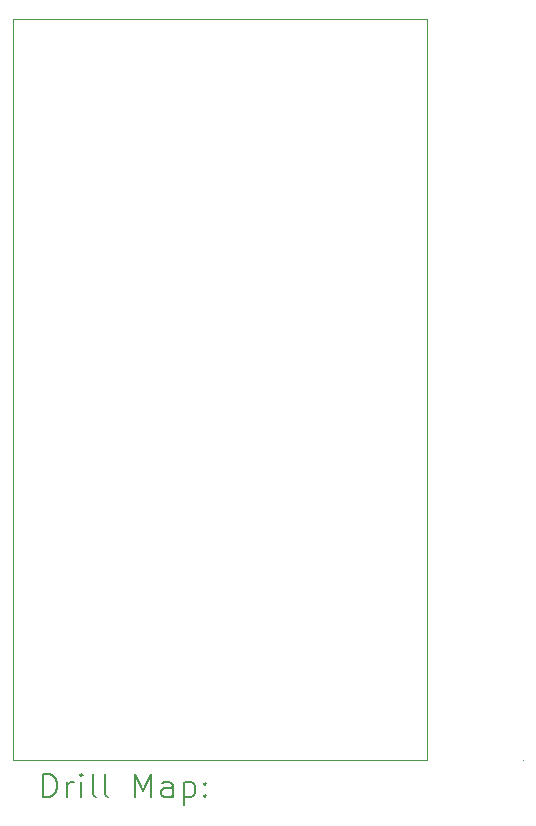
<source format=gbr>
%FSLAX45Y45*%
G04 Gerber Fmt 4.5, Leading zero omitted, Abs format (unit mm)*
G04 Created by KiCad (PCBNEW (6.0.0)) date 2021-12-26 21:08:47*
%MOMM*%
%LPD*%
G01*
G04 APERTURE LIST*
%TA.AperFunction,Profile*%
%ADD10C,0.050000*%
%TD*%
%ADD11C,0.200000*%
G04 APERTURE END LIST*
D10*
X10541000Y-12700000D02*
X10541000Y-6426200D01*
X14859000Y-12700000D02*
X14859000Y-12700000D01*
X10541000Y-6426200D02*
X14046200Y-6426200D01*
X14046200Y-6426200D02*
X14046200Y-12700000D01*
X14046200Y-12700000D02*
X10541000Y-12700000D01*
D11*
X10796119Y-13012976D02*
X10796119Y-12812976D01*
X10843738Y-12812976D01*
X10872310Y-12822500D01*
X10891357Y-12841548D01*
X10900881Y-12860595D01*
X10910405Y-12898690D01*
X10910405Y-12927262D01*
X10900881Y-12965357D01*
X10891357Y-12984405D01*
X10872310Y-13003452D01*
X10843738Y-13012976D01*
X10796119Y-13012976D01*
X10996119Y-13012976D02*
X10996119Y-12879643D01*
X10996119Y-12917738D02*
X11005643Y-12898690D01*
X11015167Y-12889167D01*
X11034214Y-12879643D01*
X11053262Y-12879643D01*
X11119929Y-13012976D02*
X11119929Y-12879643D01*
X11119929Y-12812976D02*
X11110405Y-12822500D01*
X11119929Y-12832024D01*
X11129452Y-12822500D01*
X11119929Y-12812976D01*
X11119929Y-12832024D01*
X11243738Y-13012976D02*
X11224690Y-13003452D01*
X11215167Y-12984405D01*
X11215167Y-12812976D01*
X11348500Y-13012976D02*
X11329452Y-13003452D01*
X11319928Y-12984405D01*
X11319928Y-12812976D01*
X11577071Y-13012976D02*
X11577071Y-12812976D01*
X11643738Y-12955833D01*
X11710405Y-12812976D01*
X11710405Y-13012976D01*
X11891357Y-13012976D02*
X11891357Y-12908214D01*
X11881833Y-12889167D01*
X11862786Y-12879643D01*
X11824690Y-12879643D01*
X11805643Y-12889167D01*
X11891357Y-13003452D02*
X11872309Y-13012976D01*
X11824690Y-13012976D01*
X11805643Y-13003452D01*
X11796119Y-12984405D01*
X11796119Y-12965357D01*
X11805643Y-12946309D01*
X11824690Y-12936786D01*
X11872309Y-12936786D01*
X11891357Y-12927262D01*
X11986595Y-12879643D02*
X11986595Y-13079643D01*
X11986595Y-12889167D02*
X12005643Y-12879643D01*
X12043738Y-12879643D01*
X12062786Y-12889167D01*
X12072309Y-12898690D01*
X12081833Y-12917738D01*
X12081833Y-12974881D01*
X12072309Y-12993928D01*
X12062786Y-13003452D01*
X12043738Y-13012976D01*
X12005643Y-13012976D01*
X11986595Y-13003452D01*
X12167548Y-12993928D02*
X12177071Y-13003452D01*
X12167548Y-13012976D01*
X12158024Y-13003452D01*
X12167548Y-12993928D01*
X12167548Y-13012976D01*
X12167548Y-12889167D02*
X12177071Y-12898690D01*
X12167548Y-12908214D01*
X12158024Y-12898690D01*
X12167548Y-12889167D01*
X12167548Y-12908214D01*
M02*

</source>
